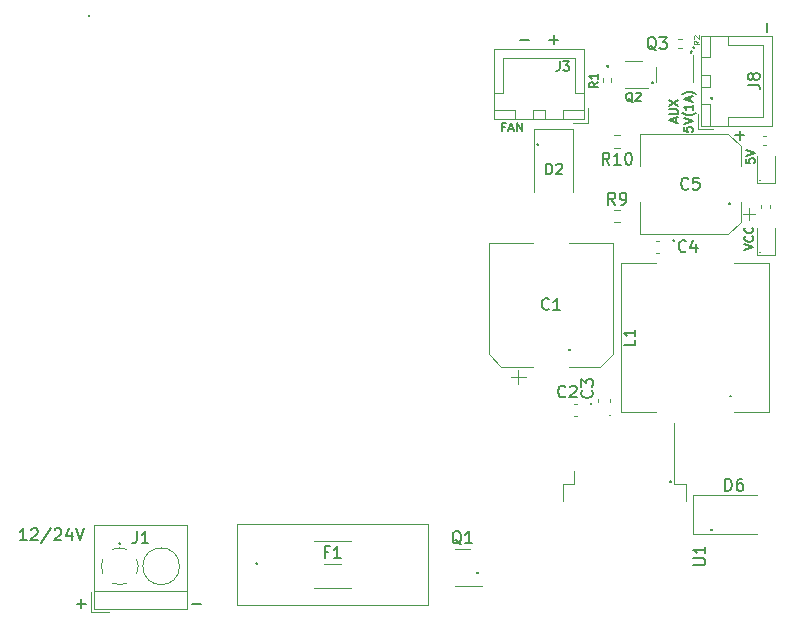
<source format=gbr>
%TF.GenerationSoftware,KiCad,Pcbnew,(6.0.4)*%
%TF.CreationDate,2022-07-12T09:01:25+01:00*%
%TF.ProjectId,PowerPi,506f7765-7250-4692-9e6b-696361645f70,rev?*%
%TF.SameCoordinates,Original*%
%TF.FileFunction,Legend,Top*%
%TF.FilePolarity,Positive*%
%FSLAX46Y46*%
G04 Gerber Fmt 4.6, Leading zero omitted, Abs format (unit mm)*
G04 Created by KiCad (PCBNEW (6.0.4)) date 2022-07-12 09:01:25*
%MOMM*%
%LPD*%
G01*
G04 APERTURE LIST*
%ADD10C,0.150000*%
%ADD11C,0.100000*%
%ADD12C,0.120000*%
G04 APERTURE END LIST*
D10*
X146100000Y-73914285D02*
X146128571Y-73942857D01*
X146100000Y-73971428D01*
X146071428Y-73942857D01*
X146100000Y-73914285D01*
X146100000Y-73971428D01*
X149321428Y-59430952D02*
X149321428Y-58669047D01*
X148700000Y-71914285D02*
X148728571Y-71942857D01*
X148700000Y-71971428D01*
X148671428Y-71942857D01*
X148700000Y-71914285D01*
X148700000Y-71971428D01*
X143100000Y-60742857D02*
X143052380Y-60695238D01*
X143100000Y-60647619D01*
X143147619Y-60695238D01*
X143100000Y-60742857D01*
X143100000Y-60647619D01*
X142900000Y-61057142D02*
X142947619Y-61104761D01*
X142900000Y-61152380D01*
X142852380Y-61104761D01*
X142900000Y-61057142D01*
X142900000Y-61152380D01*
X148700000Y-78014285D02*
X148728571Y-78042857D01*
X148700000Y-78071428D01*
X148671428Y-78042857D01*
X148700000Y-78014285D01*
X148700000Y-78071428D01*
X130869047Y-60071428D02*
X131630952Y-60071428D01*
X131250000Y-60452380D02*
X131250000Y-59690476D01*
X124800000Y-105157142D02*
X124847619Y-105204761D01*
X124800000Y-105252380D01*
X124752380Y-105204761D01*
X124800000Y-105157142D01*
X124800000Y-105252380D01*
X91900000Y-58014285D02*
X91928571Y-58042857D01*
X91900000Y-58071428D01*
X91871428Y-58042857D01*
X91900000Y-58014285D01*
X91900000Y-58071428D01*
X147389285Y-77900000D02*
X148139285Y-77650000D01*
X147389285Y-77400000D01*
X148067857Y-76721428D02*
X148103571Y-76757142D01*
X148139285Y-76864285D01*
X148139285Y-76935714D01*
X148103571Y-77042857D01*
X148032142Y-77114285D01*
X147960714Y-77150000D01*
X147817857Y-77185714D01*
X147710714Y-77185714D01*
X147567857Y-77150000D01*
X147496428Y-77114285D01*
X147425000Y-77042857D01*
X147389285Y-76935714D01*
X147389285Y-76864285D01*
X147425000Y-76757142D01*
X147460714Y-76721428D01*
X148067857Y-75971428D02*
X148103571Y-76007142D01*
X148139285Y-76114285D01*
X148139285Y-76185714D01*
X148103571Y-76292857D01*
X148032142Y-76364285D01*
X147960714Y-76400000D01*
X147817857Y-76435714D01*
X147710714Y-76435714D01*
X147567857Y-76400000D01*
X147496428Y-76364285D01*
X147425000Y-76292857D01*
X147389285Y-76185714D01*
X147389285Y-76114285D01*
X147425000Y-76007142D01*
X147460714Y-75971428D01*
X94500000Y-102657142D02*
X94547619Y-102704761D01*
X94500000Y-102752380D01*
X94452380Y-102704761D01*
X94500000Y-102657142D01*
X94500000Y-102752380D01*
X141400000Y-77014285D02*
X141428571Y-77042857D01*
X141400000Y-77071428D01*
X141371428Y-77042857D01*
X141400000Y-77014285D01*
X141400000Y-77071428D01*
X128369047Y-60071428D02*
X129130952Y-60071428D01*
X147489285Y-70142857D02*
X147489285Y-70500000D01*
X147846428Y-70535714D01*
X147810714Y-70500000D01*
X147775000Y-70428571D01*
X147775000Y-70250000D01*
X147810714Y-70178571D01*
X147846428Y-70142857D01*
X147917857Y-70107142D01*
X148096428Y-70107142D01*
X148167857Y-70142857D01*
X148203571Y-70178571D01*
X148239285Y-70250000D01*
X148239285Y-70428571D01*
X148203571Y-70500000D01*
X148167857Y-70535714D01*
X147489285Y-69892857D02*
X148239285Y-69642857D01*
X147489285Y-69392857D01*
X141571250Y-67078571D02*
X141571250Y-66721428D01*
X141785535Y-67150000D02*
X141035535Y-66900000D01*
X141785535Y-66650000D01*
X141035535Y-66400000D02*
X141642678Y-66400000D01*
X141714107Y-66364285D01*
X141749821Y-66328571D01*
X141785535Y-66257142D01*
X141785535Y-66114285D01*
X141749821Y-66042857D01*
X141714107Y-66007142D01*
X141642678Y-65971428D01*
X141035535Y-65971428D01*
X141035535Y-65685714D02*
X141785535Y-65185714D01*
X141035535Y-65185714D02*
X141785535Y-65685714D01*
X142243035Y-67471428D02*
X142243035Y-67828571D01*
X142600178Y-67864285D01*
X142564464Y-67828571D01*
X142528750Y-67757142D01*
X142528750Y-67578571D01*
X142564464Y-67507142D01*
X142600178Y-67471428D01*
X142671607Y-67435714D01*
X142850178Y-67435714D01*
X142921607Y-67471428D01*
X142957321Y-67507142D01*
X142993035Y-67578571D01*
X142993035Y-67757142D01*
X142957321Y-67828571D01*
X142921607Y-67864285D01*
X142243035Y-67221428D02*
X142993035Y-66971428D01*
X142243035Y-66721428D01*
X143278750Y-66257142D02*
X143243035Y-66292857D01*
X143135892Y-66364285D01*
X143064464Y-66400000D01*
X142957321Y-66435714D01*
X142778750Y-66471428D01*
X142635892Y-66471428D01*
X142457321Y-66435714D01*
X142350178Y-66400000D01*
X142278750Y-66364285D01*
X142171607Y-66292857D01*
X142135892Y-66257142D01*
X142993035Y-65578571D02*
X142993035Y-66007142D01*
X142993035Y-65792857D02*
X142243035Y-65792857D01*
X142350178Y-65864285D01*
X142421607Y-65935714D01*
X142457321Y-66007142D01*
X142778750Y-65292857D02*
X142778750Y-64935714D01*
X142993035Y-65364285D02*
X142243035Y-65114285D01*
X142993035Y-64864285D01*
X143278750Y-64685714D02*
X143243035Y-64650000D01*
X143135892Y-64578571D01*
X143064464Y-64542857D01*
X142957321Y-64507142D01*
X142778750Y-64471428D01*
X142635892Y-64471428D01*
X142457321Y-64507142D01*
X142350178Y-64542857D01*
X142278750Y-64578571D01*
X142171607Y-64650000D01*
X142135892Y-64685714D01*
X136000000Y-91814285D02*
X136028571Y-91842857D01*
X136000000Y-91871428D01*
X135971428Y-91842857D01*
X136000000Y-91814285D01*
X136000000Y-91871428D01*
X146971428Y-68530952D02*
X146971428Y-67769047D01*
X147352380Y-68150000D02*
X146590476Y-68150000D01*
X127092857Y-67446428D02*
X126842857Y-67446428D01*
X126842857Y-67839285D02*
X126842857Y-67089285D01*
X127200000Y-67089285D01*
X127450000Y-67625000D02*
X127807142Y-67625000D01*
X127378571Y-67839285D02*
X127628571Y-67089285D01*
X127878571Y-67839285D01*
X128128571Y-67839285D02*
X128128571Y-67089285D01*
X128557142Y-67839285D01*
X128557142Y-67089285D01*
X129900000Y-68857142D02*
X129947619Y-68904761D01*
X129900000Y-68952380D01*
X129852380Y-68904761D01*
X129900000Y-68857142D01*
X129900000Y-68952380D01*
X90869047Y-107821428D02*
X91630952Y-107821428D01*
X91250000Y-108202380D02*
X91250000Y-107440476D01*
X132600000Y-86257142D02*
X132647619Y-86304761D01*
X132600000Y-86352380D01*
X132552380Y-86304761D01*
X132600000Y-86257142D01*
X132600000Y-86352380D01*
X141100000Y-97457142D02*
X141147619Y-97504761D01*
X141100000Y-97552380D01*
X141052380Y-97504761D01*
X141100000Y-97457142D01*
X141100000Y-97552380D01*
X144600000Y-64957142D02*
X144647619Y-65004761D01*
X144600000Y-65052380D01*
X144552380Y-65004761D01*
X144600000Y-64957142D01*
X144600000Y-65052380D01*
X144600000Y-101514285D02*
X144628571Y-101542857D01*
X144600000Y-101571428D01*
X144571428Y-101542857D01*
X144600000Y-101514285D01*
X144600000Y-101571428D01*
X100619047Y-107821428D02*
X101380952Y-107821428D01*
X86604761Y-102452380D02*
X86033333Y-102452380D01*
X86319047Y-102452380D02*
X86319047Y-101452380D01*
X86223809Y-101595238D01*
X86128571Y-101690476D01*
X86033333Y-101738095D01*
X86985714Y-101547619D02*
X87033333Y-101500000D01*
X87128571Y-101452380D01*
X87366666Y-101452380D01*
X87461904Y-101500000D01*
X87509523Y-101547619D01*
X87557142Y-101642857D01*
X87557142Y-101738095D01*
X87509523Y-101880952D01*
X86938095Y-102452380D01*
X87557142Y-102452380D01*
X88700000Y-101404761D02*
X87842857Y-102690476D01*
X88985714Y-101547619D02*
X89033333Y-101500000D01*
X89128571Y-101452380D01*
X89366666Y-101452380D01*
X89461904Y-101500000D01*
X89509523Y-101547619D01*
X89557142Y-101642857D01*
X89557142Y-101738095D01*
X89509523Y-101880952D01*
X88938095Y-102452380D01*
X89557142Y-102452380D01*
X90414285Y-101785714D02*
X90414285Y-102452380D01*
X90176190Y-101404761D02*
X89938095Y-102119047D01*
X90557142Y-102119047D01*
X90795238Y-101452380D02*
X91128571Y-102452380D01*
X91461904Y-101452380D01*
X135842857Y-62300000D02*
X135795238Y-62347619D01*
X135747619Y-62300000D01*
X135795238Y-62252380D01*
X135842857Y-62300000D01*
X135747619Y-62300000D01*
X146200000Y-90214285D02*
X146228571Y-90242857D01*
X146200000Y-90271428D01*
X146171428Y-90242857D01*
X146200000Y-90214285D01*
X146200000Y-90271428D01*
X134400000Y-90814285D02*
X134428571Y-90842857D01*
X134400000Y-90871428D01*
X134371428Y-90842857D01*
X134400000Y-90814285D01*
X134400000Y-90871428D01*
X106100000Y-104357142D02*
X106147619Y-104404761D01*
X106100000Y-104452380D01*
X106052380Y-104404761D01*
X106100000Y-104357142D01*
X106100000Y-104452380D01*
X139600000Y-63657142D02*
X139647619Y-63704761D01*
X139600000Y-63752380D01*
X139552380Y-63704761D01*
X139600000Y-63657142D01*
X139600000Y-63752380D01*
%TO.C,J8*%
X147677380Y-63883333D02*
X148391666Y-63883333D01*
X148534523Y-63930952D01*
X148629761Y-64026190D01*
X148677380Y-64169047D01*
X148677380Y-64264285D01*
X148105952Y-63264285D02*
X148058333Y-63359523D01*
X148010714Y-63407142D01*
X147915476Y-63454761D01*
X147867857Y-63454761D01*
X147772619Y-63407142D01*
X147725000Y-63359523D01*
X147677380Y-63264285D01*
X147677380Y-63073809D01*
X147725000Y-62978571D01*
X147772619Y-62930952D01*
X147867857Y-62883333D01*
X147915476Y-62883333D01*
X148010714Y-62930952D01*
X148058333Y-62978571D01*
X148105952Y-63073809D01*
X148105952Y-63264285D01*
X148153571Y-63359523D01*
X148201190Y-63407142D01*
X148296428Y-63454761D01*
X148486904Y-63454761D01*
X148582142Y-63407142D01*
X148629761Y-63359523D01*
X148677380Y-63264285D01*
X148677380Y-63073809D01*
X148629761Y-62978571D01*
X148582142Y-62930952D01*
X148486904Y-62883333D01*
X148296428Y-62883333D01*
X148201190Y-62930952D01*
X148153571Y-62978571D01*
X148105952Y-63073809D01*
D11*
%TO.C,R2*%
X143576190Y-60183333D02*
X143338095Y-60350000D01*
X143576190Y-60469047D02*
X143076190Y-60469047D01*
X143076190Y-60278571D01*
X143100000Y-60230952D01*
X143123809Y-60207142D01*
X143171428Y-60183333D01*
X143242857Y-60183333D01*
X143290476Y-60207142D01*
X143314285Y-60230952D01*
X143338095Y-60278571D01*
X143338095Y-60469047D01*
X143123809Y-59992857D02*
X143100000Y-59969047D01*
X143076190Y-59921428D01*
X143076190Y-59802380D01*
X143100000Y-59754761D01*
X143123809Y-59730952D01*
X143171428Y-59707142D01*
X143219047Y-59707142D01*
X143290476Y-59730952D01*
X143576190Y-60016666D01*
X143576190Y-59707142D01*
D10*
%TO.C,R9*%
X136433333Y-74022380D02*
X136100000Y-73546190D01*
X135861904Y-74022380D02*
X135861904Y-73022380D01*
X136242857Y-73022380D01*
X136338095Y-73070000D01*
X136385714Y-73117619D01*
X136433333Y-73212857D01*
X136433333Y-73355714D01*
X136385714Y-73450952D01*
X136338095Y-73498571D01*
X136242857Y-73546190D01*
X135861904Y-73546190D01*
X136909523Y-74022380D02*
X137100000Y-74022380D01*
X137195238Y-73974761D01*
X137242857Y-73927142D01*
X137338095Y-73784285D01*
X137385714Y-73593809D01*
X137385714Y-73212857D01*
X137338095Y-73117619D01*
X137290476Y-73070000D01*
X137195238Y-73022380D01*
X137004761Y-73022380D01*
X136909523Y-73070000D01*
X136861904Y-73117619D01*
X136814285Y-73212857D01*
X136814285Y-73450952D01*
X136861904Y-73546190D01*
X136909523Y-73593809D01*
X137004761Y-73641428D01*
X137195238Y-73641428D01*
X137290476Y-73593809D01*
X137338095Y-73546190D01*
X137385714Y-73450952D01*
%TO.C,Q2*%
X137928571Y-65360714D02*
X137857142Y-65325000D01*
X137785714Y-65253571D01*
X137678571Y-65146428D01*
X137607142Y-65110714D01*
X137535714Y-65110714D01*
X137571428Y-65289285D02*
X137500000Y-65253571D01*
X137428571Y-65182142D01*
X137392857Y-65039285D01*
X137392857Y-64789285D01*
X137428571Y-64646428D01*
X137500000Y-64575000D01*
X137571428Y-64539285D01*
X137714285Y-64539285D01*
X137785714Y-64575000D01*
X137857142Y-64646428D01*
X137892857Y-64789285D01*
X137892857Y-65039285D01*
X137857142Y-65182142D01*
X137785714Y-65253571D01*
X137714285Y-65289285D01*
X137571428Y-65289285D01*
X138178571Y-64610714D02*
X138214285Y-64575000D01*
X138285714Y-64539285D01*
X138464285Y-64539285D01*
X138535714Y-64575000D01*
X138571428Y-64610714D01*
X138607142Y-64682142D01*
X138607142Y-64753571D01*
X138571428Y-64860714D01*
X138142857Y-65289285D01*
X138607142Y-65289285D01*
%TO.C,D2*%
X130585714Y-71457142D02*
X130585714Y-70557142D01*
X130800000Y-70557142D01*
X130928571Y-70600000D01*
X131014285Y-70685714D01*
X131057142Y-70771428D01*
X131100000Y-70942857D01*
X131100000Y-71071428D01*
X131057142Y-71242857D01*
X131014285Y-71328571D01*
X130928571Y-71414285D01*
X130800000Y-71457142D01*
X130585714Y-71457142D01*
X131442857Y-70642857D02*
X131485714Y-70600000D01*
X131571428Y-70557142D01*
X131785714Y-70557142D01*
X131871428Y-70600000D01*
X131914285Y-70642857D01*
X131957142Y-70728571D01*
X131957142Y-70814285D01*
X131914285Y-70942857D01*
X131400000Y-71457142D01*
X131957142Y-71457142D01*
%TO.C,J1*%
X95916666Y-101702380D02*
X95916666Y-102416666D01*
X95869047Y-102559523D01*
X95773809Y-102654761D01*
X95630952Y-102702380D01*
X95535714Y-102702380D01*
X96916666Y-102702380D02*
X96345238Y-102702380D01*
X96630952Y-102702380D02*
X96630952Y-101702380D01*
X96535714Y-101845238D01*
X96440476Y-101940476D01*
X96345238Y-101988095D01*
%TO.C,C3*%
X134457142Y-89766666D02*
X134504761Y-89814285D01*
X134552380Y-89957142D01*
X134552380Y-90052380D01*
X134504761Y-90195238D01*
X134409523Y-90290476D01*
X134314285Y-90338095D01*
X134123809Y-90385714D01*
X133980952Y-90385714D01*
X133790476Y-90338095D01*
X133695238Y-90290476D01*
X133600000Y-90195238D01*
X133552380Y-90052380D01*
X133552380Y-89957142D01*
X133600000Y-89814285D01*
X133647619Y-89766666D01*
X133552380Y-89433333D02*
X133552380Y-88814285D01*
X133933333Y-89147619D01*
X133933333Y-89004761D01*
X133980952Y-88909523D01*
X134028571Y-88861904D01*
X134123809Y-88814285D01*
X134361904Y-88814285D01*
X134457142Y-88861904D01*
X134504761Y-88909523D01*
X134552380Y-89004761D01*
X134552380Y-89290476D01*
X134504761Y-89385714D01*
X134457142Y-89433333D01*
%TO.C,C5*%
X142633333Y-72657142D02*
X142585714Y-72704761D01*
X142442857Y-72752380D01*
X142347619Y-72752380D01*
X142204761Y-72704761D01*
X142109523Y-72609523D01*
X142061904Y-72514285D01*
X142014285Y-72323809D01*
X142014285Y-72180952D01*
X142061904Y-71990476D01*
X142109523Y-71895238D01*
X142204761Y-71800000D01*
X142347619Y-71752380D01*
X142442857Y-71752380D01*
X142585714Y-71800000D01*
X142633333Y-71847619D01*
X143538095Y-71752380D02*
X143061904Y-71752380D01*
X143014285Y-72228571D01*
X143061904Y-72180952D01*
X143157142Y-72133333D01*
X143395238Y-72133333D01*
X143490476Y-72180952D01*
X143538095Y-72228571D01*
X143585714Y-72323809D01*
X143585714Y-72561904D01*
X143538095Y-72657142D01*
X143490476Y-72704761D01*
X143395238Y-72752380D01*
X143157142Y-72752380D01*
X143061904Y-72704761D01*
X143014285Y-72657142D01*
%TO.C,Q1*%
X123404761Y-102797619D02*
X123309523Y-102750000D01*
X123214285Y-102654761D01*
X123071428Y-102511904D01*
X122976190Y-102464285D01*
X122880952Y-102464285D01*
X122928571Y-102702380D02*
X122833333Y-102654761D01*
X122738095Y-102559523D01*
X122690476Y-102369047D01*
X122690476Y-102035714D01*
X122738095Y-101845238D01*
X122833333Y-101750000D01*
X122928571Y-101702380D01*
X123119047Y-101702380D01*
X123214285Y-101750000D01*
X123309523Y-101845238D01*
X123357142Y-102035714D01*
X123357142Y-102369047D01*
X123309523Y-102559523D01*
X123214285Y-102654761D01*
X123119047Y-102702380D01*
X122928571Y-102702380D01*
X124309523Y-102702380D02*
X123738095Y-102702380D01*
X124023809Y-102702380D02*
X124023809Y-101702380D01*
X123928571Y-101845238D01*
X123833333Y-101940476D01*
X123738095Y-101988095D01*
%TO.C,R1*%
X134989285Y-63675000D02*
X134632142Y-63925000D01*
X134989285Y-64103571D02*
X134239285Y-64103571D01*
X134239285Y-63817857D01*
X134275000Y-63746428D01*
X134310714Y-63710714D01*
X134382142Y-63675000D01*
X134489285Y-63675000D01*
X134560714Y-63710714D01*
X134596428Y-63746428D01*
X134632142Y-63817857D01*
X134632142Y-64103571D01*
X134989285Y-62960714D02*
X134989285Y-63389285D01*
X134989285Y-63175000D02*
X134239285Y-63175000D01*
X134346428Y-63246428D01*
X134417857Y-63317857D01*
X134453571Y-63389285D01*
%TO.C,Q3*%
X139904761Y-60947619D02*
X139809523Y-60900000D01*
X139714285Y-60804761D01*
X139571428Y-60661904D01*
X139476190Y-60614285D01*
X139380952Y-60614285D01*
X139428571Y-60852380D02*
X139333333Y-60804761D01*
X139238095Y-60709523D01*
X139190476Y-60519047D01*
X139190476Y-60185714D01*
X139238095Y-59995238D01*
X139333333Y-59900000D01*
X139428571Y-59852380D01*
X139619047Y-59852380D01*
X139714285Y-59900000D01*
X139809523Y-59995238D01*
X139857142Y-60185714D01*
X139857142Y-60519047D01*
X139809523Y-60709523D01*
X139714285Y-60804761D01*
X139619047Y-60852380D01*
X139428571Y-60852380D01*
X140190476Y-59852380D02*
X140809523Y-59852380D01*
X140476190Y-60233333D01*
X140619047Y-60233333D01*
X140714285Y-60280952D01*
X140761904Y-60328571D01*
X140809523Y-60423809D01*
X140809523Y-60661904D01*
X140761904Y-60757142D01*
X140714285Y-60804761D01*
X140619047Y-60852380D01*
X140333333Y-60852380D01*
X140238095Y-60804761D01*
X140190476Y-60757142D01*
%TO.C,C4*%
X142433333Y-77957142D02*
X142385714Y-78004761D01*
X142242857Y-78052380D01*
X142147619Y-78052380D01*
X142004761Y-78004761D01*
X141909523Y-77909523D01*
X141861904Y-77814285D01*
X141814285Y-77623809D01*
X141814285Y-77480952D01*
X141861904Y-77290476D01*
X141909523Y-77195238D01*
X142004761Y-77100000D01*
X142147619Y-77052380D01*
X142242857Y-77052380D01*
X142385714Y-77100000D01*
X142433333Y-77147619D01*
X143290476Y-77385714D02*
X143290476Y-78052380D01*
X143052380Y-77004761D02*
X142814285Y-77719047D01*
X143433333Y-77719047D01*
%TO.C,U1*%
X143052380Y-104561904D02*
X143861904Y-104561904D01*
X143957142Y-104514285D01*
X144004761Y-104466666D01*
X144052380Y-104371428D01*
X144052380Y-104180952D01*
X144004761Y-104085714D01*
X143957142Y-104038095D01*
X143861904Y-103990476D01*
X143052380Y-103990476D01*
X144052380Y-102990476D02*
X144052380Y-103561904D01*
X144052380Y-103276190D02*
X143052380Y-103276190D01*
X143195238Y-103371428D01*
X143290476Y-103466666D01*
X143338095Y-103561904D01*
%TO.C,F1*%
X112166666Y-103428571D02*
X111833333Y-103428571D01*
X111833333Y-103952380D02*
X111833333Y-102952380D01*
X112309523Y-102952380D01*
X113214285Y-103952380D02*
X112642857Y-103952380D01*
X112928571Y-103952380D02*
X112928571Y-102952380D01*
X112833333Y-103095238D01*
X112738095Y-103190476D01*
X112642857Y-103238095D01*
%TO.C,D6*%
X145761904Y-98252380D02*
X145761904Y-97252380D01*
X146000000Y-97252380D01*
X146142857Y-97300000D01*
X146238095Y-97395238D01*
X146285714Y-97490476D01*
X146333333Y-97680952D01*
X146333333Y-97823809D01*
X146285714Y-98014285D01*
X146238095Y-98109523D01*
X146142857Y-98204761D01*
X146000000Y-98252380D01*
X145761904Y-98252380D01*
X147190476Y-97252380D02*
X147000000Y-97252380D01*
X146904761Y-97300000D01*
X146857142Y-97347619D01*
X146761904Y-97490476D01*
X146714285Y-97680952D01*
X146714285Y-98061904D01*
X146761904Y-98157142D01*
X146809523Y-98204761D01*
X146904761Y-98252380D01*
X147095238Y-98252380D01*
X147190476Y-98204761D01*
X147238095Y-98157142D01*
X147285714Y-98061904D01*
X147285714Y-97823809D01*
X147238095Y-97728571D01*
X147190476Y-97680952D01*
X147095238Y-97633333D01*
X146904761Y-97633333D01*
X146809523Y-97680952D01*
X146761904Y-97728571D01*
X146714285Y-97823809D01*
%TO.C,J3*%
X131733333Y-61911904D02*
X131733333Y-62483333D01*
X131695238Y-62597619D01*
X131619047Y-62673809D01*
X131504761Y-62711904D01*
X131428571Y-62711904D01*
X132038095Y-61911904D02*
X132533333Y-61911904D01*
X132266666Y-62216666D01*
X132380952Y-62216666D01*
X132457142Y-62254761D01*
X132495238Y-62292857D01*
X132533333Y-62369047D01*
X132533333Y-62559523D01*
X132495238Y-62635714D01*
X132457142Y-62673809D01*
X132380952Y-62711904D01*
X132152380Y-62711904D01*
X132076190Y-62673809D01*
X132038095Y-62635714D01*
%TO.C,C1*%
X130833333Y-82857142D02*
X130785714Y-82904761D01*
X130642857Y-82952380D01*
X130547619Y-82952380D01*
X130404761Y-82904761D01*
X130309523Y-82809523D01*
X130261904Y-82714285D01*
X130214285Y-82523809D01*
X130214285Y-82380952D01*
X130261904Y-82190476D01*
X130309523Y-82095238D01*
X130404761Y-82000000D01*
X130547619Y-81952380D01*
X130642857Y-81952380D01*
X130785714Y-82000000D01*
X130833333Y-82047619D01*
X131785714Y-82952380D02*
X131214285Y-82952380D01*
X131500000Y-82952380D02*
X131500000Y-81952380D01*
X131404761Y-82095238D01*
X131309523Y-82190476D01*
X131214285Y-82238095D01*
%TO.C,C2*%
X132233333Y-90257142D02*
X132185714Y-90304761D01*
X132042857Y-90352380D01*
X131947619Y-90352380D01*
X131804761Y-90304761D01*
X131709523Y-90209523D01*
X131661904Y-90114285D01*
X131614285Y-89923809D01*
X131614285Y-89780952D01*
X131661904Y-89590476D01*
X131709523Y-89495238D01*
X131804761Y-89400000D01*
X131947619Y-89352380D01*
X132042857Y-89352380D01*
X132185714Y-89400000D01*
X132233333Y-89447619D01*
X132614285Y-89447619D02*
X132661904Y-89400000D01*
X132757142Y-89352380D01*
X132995238Y-89352380D01*
X133090476Y-89400000D01*
X133138095Y-89447619D01*
X133185714Y-89542857D01*
X133185714Y-89638095D01*
X133138095Y-89780952D01*
X132566666Y-90352380D01*
X133185714Y-90352380D01*
%TO.C,L1*%
X138152380Y-85466666D02*
X138152380Y-85942857D01*
X137152380Y-85942857D01*
X138152380Y-84609523D02*
X138152380Y-85180952D01*
X138152380Y-84895238D02*
X137152380Y-84895238D01*
X137295238Y-84990476D01*
X137390476Y-85085714D01*
X137438095Y-85180952D01*
%TO.C,R10*%
X135957142Y-70652380D02*
X135623809Y-70176190D01*
X135385714Y-70652380D02*
X135385714Y-69652380D01*
X135766666Y-69652380D01*
X135861904Y-69700000D01*
X135909523Y-69747619D01*
X135957142Y-69842857D01*
X135957142Y-69985714D01*
X135909523Y-70080952D01*
X135861904Y-70128571D01*
X135766666Y-70176190D01*
X135385714Y-70176190D01*
X136909523Y-70652380D02*
X136338095Y-70652380D01*
X136623809Y-70652380D02*
X136623809Y-69652380D01*
X136528571Y-69795238D01*
X136433333Y-69890476D01*
X136338095Y-69938095D01*
X137528571Y-69652380D02*
X137623809Y-69652380D01*
X137719047Y-69700000D01*
X137766666Y-69747619D01*
X137814285Y-69842857D01*
X137861904Y-70033333D01*
X137861904Y-70271428D01*
X137814285Y-70461904D01*
X137766666Y-70557142D01*
X137719047Y-70604761D01*
X137623809Y-70652380D01*
X137528571Y-70652380D01*
X137433333Y-70604761D01*
X137385714Y-70557142D01*
X137338095Y-70461904D01*
X137290476Y-70271428D01*
X137290476Y-70033333D01*
X137338095Y-69842857D01*
X137385714Y-69747619D01*
X137433333Y-69700000D01*
X137528571Y-69652380D01*
D12*
%TO.C,J8*%
X144500000Y-65550000D02*
X143750000Y-65550000D01*
X146000000Y-59750000D02*
X146000000Y-60500000D01*
X144500000Y-64050000D02*
X144500000Y-63050000D01*
X143750000Y-67350000D02*
X144500000Y-67350000D01*
X143740000Y-67360000D02*
X149710000Y-67360000D01*
X143450000Y-67650000D02*
X144700000Y-67650000D01*
X146000000Y-67350000D02*
X146000000Y-66600000D01*
X143750000Y-63050000D02*
X143750000Y-64050000D01*
X146000000Y-66600000D02*
X148950000Y-66600000D01*
X148950000Y-60500000D02*
X148950000Y-63550000D01*
X144500000Y-67350000D02*
X144500000Y-65550000D01*
X144500000Y-63050000D02*
X143750000Y-63050000D01*
X149710000Y-59740000D02*
X143740000Y-59740000D01*
X144500000Y-59750000D02*
X143750000Y-59750000D01*
X148950000Y-66600000D02*
X148950000Y-63550000D01*
X143750000Y-65550000D02*
X143750000Y-67350000D01*
X146000000Y-60500000D02*
X148950000Y-60500000D01*
X144500000Y-61550000D02*
X144500000Y-59750000D01*
X143750000Y-59750000D02*
X143750000Y-61550000D01*
X143450000Y-66400000D02*
X143450000Y-67650000D01*
X149710000Y-67360000D02*
X149710000Y-59740000D01*
X143740000Y-59740000D02*
X143740000Y-67360000D01*
X143750000Y-61550000D02*
X144500000Y-61550000D01*
X143750000Y-64050000D02*
X144500000Y-64050000D01*
%TO.C,R2*%
X142103641Y-60780000D02*
X141796359Y-60780000D01*
X142103641Y-60020000D02*
X141796359Y-60020000D01*
%TO.C,R9*%
X136362742Y-74477500D02*
X136837258Y-74477500D01*
X136362742Y-75522500D02*
X136837258Y-75522500D01*
%TO.C,Q2*%
X137300000Y-64160000D02*
X139200000Y-64160000D01*
X138700000Y-61840000D02*
X137300000Y-61840000D01*
%TO.C,D2*%
X132900000Y-67600000D02*
X132900000Y-73000000D01*
X132900000Y-67600000D02*
X129600000Y-67600000D01*
X129600000Y-67600000D02*
X129600000Y-73000000D01*
%TO.C,J1*%
X92340000Y-106750000D02*
X100160000Y-106750000D01*
X92340000Y-101190000D02*
X92340000Y-108310000D01*
X92100000Y-106810000D02*
X92100000Y-108550000D01*
X100160000Y-101190000D02*
X100160000Y-108310000D01*
X92340000Y-101190000D02*
X100160000Y-101190000D01*
X92340000Y-108310000D02*
X100160000Y-108310000D01*
X92100000Y-108550000D02*
X93600000Y-108550000D01*
X95932000Y-105258000D02*
G75*
G03*
X95932109Y-104042258I-1432003J607999D01*
G01*
X95108000Y-103218000D02*
G75*
G03*
X93892258Y-103217891I-608000J-1432000D01*
G01*
X93068000Y-104042000D02*
G75*
G03*
X93067891Y-105257742I1432000J-608000D01*
G01*
X93892000Y-106082000D02*
G75*
G03*
X94527011Y-106205493I607998J1431988D01*
G01*
X94500000Y-106205000D02*
G75*
G03*
X95107587Y-106081385I0J1555000D01*
G01*
X99555000Y-104650000D02*
G75*
G03*
X99555000Y-104650000I-1555000J0D01*
G01*
%TO.C,C3*%
X136010000Y-90740580D02*
X136010000Y-90459420D01*
X134990000Y-90740580D02*
X134990000Y-90459420D01*
%TO.C,C5*%
X147060000Y-75495563D02*
X147060000Y-73810000D01*
X145995563Y-68040000D02*
X138540000Y-68040000D01*
X147060000Y-69104437D02*
X147060000Y-70790000D01*
X138540000Y-68040000D02*
X138540000Y-70790000D01*
X145995563Y-76560000D02*
X138540000Y-76560000D01*
X147060000Y-75495563D02*
X145995563Y-76560000D01*
X138540000Y-76560000D02*
X138540000Y-73810000D01*
X148300000Y-74810000D02*
X147300000Y-74810000D01*
X147800000Y-75310000D02*
X147800000Y-74310000D01*
X147060000Y-69104437D02*
X145995563Y-68040000D01*
%TO.C,Q1*%
X123500000Y-103190000D02*
X124150000Y-103190000D01*
X123500000Y-106310000D02*
X122850000Y-106310000D01*
X123500000Y-103190000D02*
X122850000Y-103190000D01*
X123500000Y-106310000D02*
X125175000Y-106310000D01*
%TO.C,R1*%
X135370000Y-63346359D02*
X135370000Y-63653641D01*
X136130000Y-63346359D02*
X136130000Y-63653641D01*
%TO.C,Q3*%
X143060000Y-63000000D02*
X143060000Y-61325000D01*
X139940000Y-63000000D02*
X139940000Y-63650000D01*
X143060000Y-63000000D02*
X143060000Y-63650000D01*
X139940000Y-63000000D02*
X139940000Y-62350000D01*
%TO.C,C4*%
X140140580Y-77090000D02*
X139859420Y-77090000D01*
X140140580Y-78110000D02*
X139859420Y-78110000D01*
%TO.C,U1*%
X141450000Y-97650000D02*
X141450000Y-92525000D01*
X132000000Y-99150000D02*
X132000000Y-97650000D01*
X142400000Y-99150000D02*
X142400000Y-97650000D01*
X132950000Y-97650000D02*
X132950000Y-96550000D01*
X142400000Y-97650000D02*
X141450000Y-97650000D01*
X132000000Y-97650000D02*
X132950000Y-97650000D01*
%TO.C,R6*%
X149253641Y-68220000D02*
X148946359Y-68220000D01*
X149253641Y-68980000D02*
X148946359Y-68980000D01*
%TO.C,F1*%
X114100000Y-106500000D02*
X110900000Y-106500000D01*
X120600000Y-107970000D02*
X120600000Y-101030000D01*
X120600000Y-101030000D02*
X104400000Y-101030000D01*
X110900000Y-102500000D02*
X114100000Y-102500000D01*
X104400000Y-107970000D02*
X120600000Y-107970000D01*
X104400000Y-101030000D02*
X104400000Y-107970000D01*
X111750000Y-104500000D02*
X113250000Y-104500000D01*
%TO.C,D6*%
X143050000Y-101950000D02*
X148450000Y-101950000D01*
X143050000Y-98650000D02*
X148450000Y-98650000D01*
X143050000Y-98650000D02*
X143050000Y-101950000D01*
%TO.C,J3*%
X128000000Y-66800000D02*
X128000000Y-66050000D01*
X129500000Y-66800000D02*
X130500000Y-66800000D01*
X133800000Y-66050000D02*
X132000000Y-66050000D01*
X132850000Y-67100000D02*
X134100000Y-67100000D01*
X133800000Y-64550000D02*
X133050000Y-64550000D01*
X132000000Y-66800000D02*
X133800000Y-66800000D01*
X128000000Y-66050000D02*
X126200000Y-66050000D01*
X129500000Y-66050000D02*
X129500000Y-66800000D01*
X132000000Y-66050000D02*
X132000000Y-66800000D01*
X126190000Y-60840000D02*
X126190000Y-66810000D01*
X133800000Y-66800000D02*
X133800000Y-66050000D01*
X126200000Y-66800000D02*
X128000000Y-66800000D01*
X133050000Y-61600000D02*
X130000000Y-61600000D01*
X126950000Y-61600000D02*
X130000000Y-61600000D01*
X133810000Y-66810000D02*
X133810000Y-60840000D01*
X130500000Y-66800000D02*
X130500000Y-66050000D01*
X133810000Y-60840000D02*
X126190000Y-60840000D01*
X126200000Y-64550000D02*
X126950000Y-64550000D01*
X126950000Y-64550000D02*
X126950000Y-61600000D01*
X133050000Y-64550000D02*
X133050000Y-61600000D01*
X130500000Y-66050000D02*
X129500000Y-66050000D01*
X126200000Y-66050000D02*
X126200000Y-66800000D01*
X134100000Y-67100000D02*
X134100000Y-65850000D01*
X126190000Y-66810000D02*
X133810000Y-66810000D01*
%TO.C,C1*%
X126804437Y-87760000D02*
X129490000Y-87760000D01*
X136260000Y-77240000D02*
X132510000Y-77240000D01*
X126804437Y-87760000D02*
X125740000Y-86695563D01*
X135195563Y-87760000D02*
X136260000Y-86695563D01*
X136260000Y-86695563D02*
X136260000Y-77240000D01*
X127615000Y-88625000D02*
X128865000Y-88625000D01*
X125740000Y-77240000D02*
X129490000Y-77240000D01*
X125740000Y-86695563D02*
X125740000Y-77240000D01*
X135195563Y-87760000D02*
X132510000Y-87760000D01*
X128240000Y-89250000D02*
X128240000Y-88000000D01*
%TO.C,C2*%
X133240580Y-91910000D02*
X132959420Y-91910000D01*
X133240580Y-90890000D02*
X132959420Y-90890000D01*
%TO.C,D5*%
X149935000Y-78285000D02*
X149935000Y-76000000D01*
X148465000Y-78285000D02*
X149935000Y-78285000D01*
X148465000Y-76000000D02*
X148465000Y-78285000D01*
%TO.C,D3*%
X148465000Y-69900000D02*
X148465000Y-72185000D01*
X149935000Y-72185000D02*
X149935000Y-69900000D01*
X148465000Y-72185000D02*
X149935000Y-72185000D01*
%TO.C,L1*%
X136900000Y-79000000D02*
X139900000Y-79000000D01*
X139900000Y-91600000D02*
X136900000Y-91600000D01*
X149500000Y-79000000D02*
X149500000Y-91600000D01*
X146500000Y-79000000D02*
X149500000Y-79000000D01*
X136900000Y-91600000D02*
X136900000Y-79000000D01*
X149500000Y-91600000D02*
X146500000Y-91600000D01*
%TO.C,R8*%
X148820000Y-74353641D02*
X148820000Y-74046359D01*
X149580000Y-74353641D02*
X149580000Y-74046359D01*
%TO.C,R10*%
X136362742Y-68177500D02*
X136837258Y-68177500D01*
X136362742Y-69222500D02*
X136837258Y-69222500D01*
%TD*%
M02*

</source>
